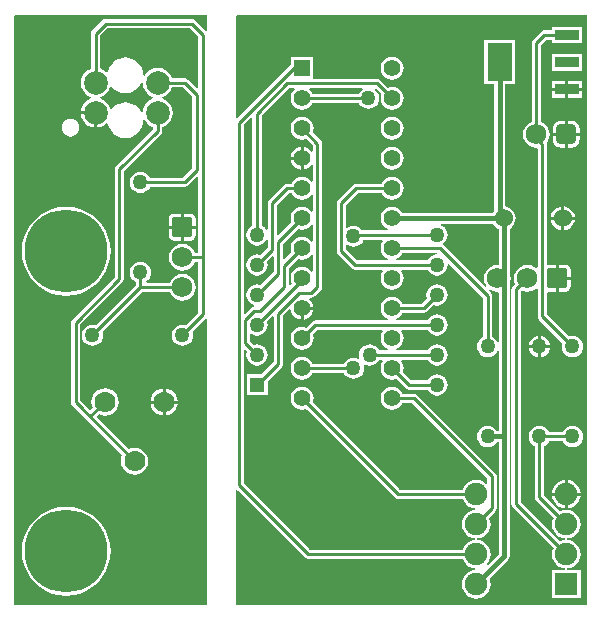
<source format=gtl>
G04 Layer_Physical_Order=1*
G04 Layer_Color=25308*
%FSLAX43Y43*%
%MOMM*%
G71*
G01*
G75*
%ADD10R,2.100X0.900*%
%ADD11R,2.100X3.200*%
%ADD12C,0.254*%
%ADD13C,0.400*%
%ADD14C,1.270*%
%ADD15C,7.000*%
%ADD16C,1.750*%
G04:AMPARAMS|DCode=17|XSize=1.75mm|YSize=1.75mm|CornerRadius=0.175mm|HoleSize=0mm|Usage=FLASHONLY|Rotation=180.000|XOffset=0mm|YOffset=0mm|HoleType=Round|Shape=RoundedRectangle|*
%AMROUNDEDRECTD17*
21,1,1.750,1.400,0,0,180.0*
21,1,1.400,1.750,0,0,180.0*
1,1,0.350,-0.700,0.700*
1,1,0.350,0.700,0.700*
1,1,0.350,0.700,-0.700*
1,1,0.350,-0.700,-0.700*
%
%ADD17ROUNDEDRECTD17*%
%ADD18C,1.524*%
%ADD19C,1.905*%
%ADD20R,1.905X1.905*%
%ADD21C,1.422*%
%ADD22R,1.422X1.422*%
%ADD23R,1.270X1.270*%
G04:AMPARAMS|DCode=24|XSize=1.75mm|YSize=1.75mm|CornerRadius=0.175mm|HoleSize=0mm|Usage=FLASHONLY|Rotation=270.000|XOffset=0mm|YOffset=0mm|HoleType=Round|Shape=RoundedRectangle|*
%AMROUNDEDRECTD24*
21,1,1.750,1.400,0,0,270.0*
21,1,1.400,1.750,0,0,270.0*
1,1,0.350,-0.700,-0.700*
1,1,0.350,-0.700,0.700*
1,1,0.350,0.700,0.700*
1,1,0.350,0.700,-0.700*
%
%ADD24ROUNDEDRECTD24*%
%ADD25C,2.000*%
G04:AMPARAMS|DCode=26|XSize=1.75mm|YSize=1.75mm|CornerRadius=0.438mm|HoleSize=0mm|Usage=FLASHONLY|Rotation=270.000|XOffset=0mm|YOffset=0mm|HoleType=Round|Shape=RoundedRectangle|*
%AMROUNDEDRECTD26*
21,1,1.750,0.875,0,0,270.0*
21,1,0.875,1.750,0,0,270.0*
1,1,0.875,-0.438,-0.438*
1,1,0.875,-0.438,0.438*
1,1,0.875,0.438,0.438*
1,1,0.875,0.438,-0.438*
%
%ADD26ROUNDEDRECTD26*%
%ADD27C,1.778*%
G36*
X73575Y57654D02*
X73737Y57441D01*
X73950Y57279D01*
X74037Y57242D01*
X74037Y54305D01*
X73942Y54221D01*
X73914Y54225D01*
X73619Y54186D01*
X73345Y54072D01*
X73109Y53891D01*
X72928Y53655D01*
X72814Y53381D01*
X72775Y53086D01*
X72814Y52791D01*
X72928Y52517D01*
X72979Y52450D01*
X72883Y52366D01*
X69359Y55890D01*
X69349Y55912D01*
X69356Y56048D01*
X69444Y56116D01*
X69587Y56302D01*
X69676Y56518D01*
X69707Y56750D01*
X69676Y56982D01*
X69587Y57198D01*
X69444Y57384D01*
X69258Y57527D01*
X69139Y57576D01*
X69164Y57703D01*
X73554Y57703D01*
X73575Y57654D01*
X73575Y57654D02*
G37*
G36*
X62515Y69081D02*
X62358Y68960D01*
X62215Y68774D01*
X62191Y68714D01*
X58262Y68714D01*
X58221Y68813D01*
X58066Y69014D01*
X57980Y69081D01*
X58023Y69208D01*
X62482Y69208D01*
X62515Y69081D01*
X62515Y69081D02*
G37*
G36*
X43916Y69604D02*
X43953Y69318D01*
X44080Y69013D01*
X44281Y68751D01*
X44543Y68550D01*
X44798Y68444D01*
X44798Y68306D01*
X44543Y68200D01*
X44281Y67999D01*
X44080Y67737D01*
X43953Y67432D01*
X43916Y67146D01*
X43784Y67122D01*
X43682Y67315D01*
X43494Y67544D01*
X43265Y67732D01*
X43003Y67871D01*
X42720Y67957D01*
X42425Y67986D01*
X42130Y67957D01*
X41847Y67871D01*
X41585Y67732D01*
X41356Y67544D01*
X41273Y67443D01*
X41235Y67440D01*
X41131Y67470D01*
X41020Y67737D01*
X40819Y67999D01*
X40557Y68200D01*
X40302Y68306D01*
X40302Y68444D01*
X40557Y68550D01*
X40819Y68751D01*
X41020Y69013D01*
X41131Y69280D01*
X41235Y69310D01*
X41273Y69307D01*
X41356Y69206D01*
X41585Y69018D01*
X41847Y68879D01*
X42130Y68793D01*
X42425Y68764D01*
X42720Y68793D01*
X43003Y68879D01*
X43265Y69018D01*
X43494Y69206D01*
X43682Y69435D01*
X43784Y69628D01*
X43916Y69604D01*
X43916Y69604D02*
G37*
G36*
X73345Y52100D02*
X73619Y51986D01*
X73914Y51947D01*
X73942Y51951D01*
X74037Y51867D01*
X74037Y47703D01*
X73910Y47677D01*
X73877Y47758D01*
X73734Y47944D01*
X73548Y48087D01*
X73488Y48111D01*
X73488Y51600D01*
X73459Y51749D01*
X73375Y51875D01*
X73194Y52055D01*
X73278Y52151D01*
X73345Y52100D01*
X73345Y52100D02*
G37*
G36*
X56535Y60219D02*
X56690Y60018D01*
X56891Y59863D01*
X57126Y59766D01*
X57378Y59732D01*
X57630Y59766D01*
X57865Y59863D01*
X58066Y60018D01*
X58159Y60138D01*
X58286Y60094D01*
X58286Y58778D01*
X58159Y58734D01*
X58066Y58854D01*
X57865Y59009D01*
X57630Y59106D01*
X57378Y59140D01*
X57126Y59106D01*
X56891Y59009D01*
X56690Y58854D01*
X56535Y58653D01*
X56438Y58418D01*
X56405Y58166D01*
X56438Y57914D01*
X56478Y57816D01*
X55370Y56707D01*
X55252Y56756D01*
X55252Y59275D01*
X56295Y60318D01*
X56494Y60318D01*
X56535Y60219D01*
X56535Y60219D02*
G37*
G36*
X58286Y57554D02*
X58286Y56238D01*
X58159Y56194D01*
X58066Y56314D01*
X57865Y56469D01*
X57630Y56566D01*
X57378Y56600D01*
X57126Y56566D01*
X56891Y56469D01*
X56690Y56314D01*
X56535Y56113D01*
X56438Y55878D01*
X56405Y55626D01*
X56438Y55374D01*
X56478Y55276D01*
X55878Y54675D01*
X55760Y54724D01*
X55760Y55999D01*
X57028Y57266D01*
X57126Y57226D01*
X57378Y57192D01*
X57630Y57226D01*
X57865Y57323D01*
X58066Y57478D01*
X58159Y57598D01*
X58286Y57554D01*
X58286Y57554D02*
G37*
G36*
X48612Y73521D02*
X48612Y69204D01*
X48494Y69155D01*
X47750Y69900D01*
X47624Y69984D01*
X47475Y70013D01*
X46380Y70013D01*
X46270Y70277D01*
X46069Y70539D01*
X45807Y70740D01*
X45502Y70867D01*
X45175Y70910D01*
X44848Y70867D01*
X44543Y70740D01*
X44281Y70539D01*
X44080Y70277D01*
X44059Y70228D01*
X43935Y70259D01*
X43936Y70275D01*
X43907Y70570D01*
X43821Y70853D01*
X43682Y71115D01*
X43494Y71344D01*
X43265Y71532D01*
X43003Y71671D01*
X42720Y71757D01*
X42425Y71786D01*
X42130Y71757D01*
X41847Y71671D01*
X41585Y71532D01*
X41356Y71344D01*
X41168Y71115D01*
X41029Y70853D01*
X40947Y70582D01*
X40888Y70555D01*
X40813Y70545D01*
X40557Y70740D01*
X40288Y70852D01*
X40288Y73639D01*
X40911Y74262D01*
X47871Y74262D01*
X48612Y73521D01*
X48612Y73521D02*
G37*
G36*
X64248Y56235D02*
X64155Y56113D01*
X64058Y55878D01*
X64025Y55626D01*
X64058Y55374D01*
X64155Y55139D01*
X64310Y54938D01*
X64511Y54783D01*
X64650Y54725D01*
X64625Y54598D01*
X62029Y54598D01*
X61094Y55533D01*
X61094Y55859D01*
X61208Y55916D01*
X61274Y55865D01*
X61490Y55776D01*
X61722Y55745D01*
X61954Y55776D01*
X62170Y55865D01*
X62356Y56008D01*
X62499Y56194D01*
X62568Y56362D01*
X64186Y56362D01*
X64248Y56235D01*
X64248Y56235D02*
G37*
G36*
X49341Y75400D02*
X49341Y74070D01*
X49214Y74017D01*
X48307Y74925D01*
X48181Y75009D01*
X48032Y75038D01*
X40750Y75038D01*
X40601Y75009D01*
X40475Y74925D01*
X39625Y74075D01*
X39541Y73949D01*
X39512Y73800D01*
X39512Y70831D01*
X39293Y70740D01*
X39031Y70539D01*
X38830Y70277D01*
X38703Y69972D01*
X38660Y69645D01*
X38703Y69318D01*
X38830Y69013D01*
X39031Y68751D01*
X39293Y68550D01*
X39548Y68444D01*
X39548Y68306D01*
X39293Y68200D01*
X39031Y67999D01*
X38830Y67737D01*
X38703Y67432D01*
X38677Y67232D01*
X39925Y67232D01*
X39925Y67105D01*
X40052Y67105D01*
X40052Y65857D01*
X40252Y65883D01*
X40557Y66010D01*
X40813Y66205D01*
X40888Y66195D01*
X40947Y66168D01*
X41029Y65897D01*
X41168Y65635D01*
X41356Y65406D01*
X41585Y65218D01*
X41847Y65079D01*
X42130Y64993D01*
X42425Y64964D01*
X42720Y64993D01*
X43003Y65079D01*
X43265Y65218D01*
X43494Y65406D01*
X43682Y65635D01*
X43821Y65897D01*
X43907Y66180D01*
X43936Y66475D01*
X43935Y66490D01*
X44059Y66522D01*
X44080Y66473D01*
X44281Y66211D01*
X44543Y66010D01*
X44762Y65919D01*
X44762Y65711D01*
X41625Y62575D01*
X41541Y62449D01*
X41512Y62300D01*
X41512Y53161D01*
X37925Y49575D01*
X37841Y49449D01*
X37812Y49300D01*
X37812Y42612D01*
X37841Y42463D01*
X37925Y42337D01*
X42168Y38095D01*
X42086Y37898D01*
X42047Y37600D01*
X42086Y37302D01*
X42202Y37024D01*
X42385Y36785D01*
X42624Y36602D01*
X42902Y36486D01*
X43200Y36447D01*
X43498Y36486D01*
X43776Y36602D01*
X44015Y36785D01*
X44198Y37024D01*
X44314Y37302D01*
X44353Y37600D01*
X44314Y37898D01*
X44198Y38176D01*
X44015Y38415D01*
X43776Y38598D01*
X43498Y38714D01*
X43200Y38753D01*
X42902Y38714D01*
X42722Y38639D01*
X40043Y41319D01*
X40043Y41445D01*
X40177Y41580D01*
X40402Y41486D01*
X40700Y41447D01*
X40998Y41486D01*
X41276Y41602D01*
X41515Y41785D01*
X41698Y42024D01*
X41814Y42302D01*
X41853Y42600D01*
X41814Y42898D01*
X41698Y43176D01*
X41515Y43415D01*
X41276Y43598D01*
X40998Y43714D01*
X40700Y43753D01*
X40402Y43714D01*
X40124Y43598D01*
X39885Y43415D01*
X39702Y43176D01*
X39586Y42898D01*
X39547Y42600D01*
X39586Y42302D01*
X39649Y42150D01*
X39430Y41931D01*
X38588Y42773D01*
X38588Y49139D01*
X42175Y52725D01*
X42259Y52851D01*
X42288Y53000D01*
X42288Y62139D01*
X45425Y65275D01*
X45509Y65401D01*
X45514Y65426D01*
X45538Y65550D01*
X45538Y65898D01*
X45807Y66010D01*
X46069Y66211D01*
X46270Y66473D01*
X46397Y66778D01*
X46440Y67105D01*
X46397Y67432D01*
X46270Y67737D01*
X46069Y67999D01*
X45807Y68200D01*
X45552Y68306D01*
X45552Y68444D01*
X45807Y68550D01*
X46069Y68751D01*
X46270Y69013D01*
X46363Y69237D01*
X47314Y69237D01*
X48104Y68447D01*
X48104Y62410D01*
X47296Y61602D01*
X44500Y61602D01*
X44477Y61658D01*
X44334Y61844D01*
X44148Y61987D01*
X43932Y62076D01*
X43700Y62107D01*
X43468Y62076D01*
X43252Y61987D01*
X43066Y61844D01*
X42923Y61658D01*
X42834Y61442D01*
X42803Y61210D01*
X42834Y60978D01*
X42923Y60762D01*
X43066Y60576D01*
X43252Y60433D01*
X43468Y60344D01*
X43700Y60313D01*
X43932Y60344D01*
X44148Y60433D01*
X44334Y60576D01*
X44477Y60762D01*
X44503Y60826D01*
X47457Y60826D01*
X47605Y60855D01*
X47731Y60939D01*
X48494Y61702D01*
X48612Y61654D01*
X48612Y55252D01*
X48305Y55252D01*
X48230Y55433D01*
X48049Y55669D01*
X47813Y55850D01*
X47539Y55964D01*
X47244Y56003D01*
X46949Y55964D01*
X46675Y55850D01*
X46439Y55669D01*
X46258Y55433D01*
X46144Y55159D01*
X46105Y54864D01*
X46144Y54569D01*
X46258Y54295D01*
X46439Y54059D01*
X46675Y53878D01*
X46949Y53764D01*
X47244Y53725D01*
X47539Y53764D01*
X47813Y53878D01*
X48049Y54059D01*
X48230Y54295D01*
X48305Y54476D01*
X48612Y54476D01*
X48612Y50177D01*
X47536Y49101D01*
X47476Y49126D01*
X47244Y49157D01*
X47012Y49126D01*
X46796Y49037D01*
X46610Y48894D01*
X46467Y48708D01*
X46378Y48492D01*
X46347Y48260D01*
X46378Y48028D01*
X46467Y47812D01*
X46610Y47626D01*
X46796Y47483D01*
X47012Y47394D01*
X47244Y47363D01*
X47476Y47394D01*
X47692Y47483D01*
X47878Y47626D01*
X48021Y47812D01*
X48110Y48028D01*
X48141Y48260D01*
X48110Y48492D01*
X48085Y48552D01*
X49214Y49681D01*
X49341Y49628D01*
X49341Y25490D01*
X49251Y25400D01*
X33020Y25400D01*
X33020Y75310D01*
X33110Y75400D01*
X49341Y75400D01*
X49341Y75400D02*
G37*
G36*
X81534Y75400D02*
X81534Y25490D01*
X81444Y25400D01*
X51759Y25400D01*
X51759Y35118D01*
X51886Y35171D01*
X57613Y29443D01*
X57739Y29359D01*
X57888Y29330D01*
X70991Y29330D01*
X71082Y29110D01*
X71276Y28858D01*
X71528Y28664D01*
X71821Y28543D01*
X72053Y28512D01*
X72053Y28384D01*
X71821Y28353D01*
X71528Y28232D01*
X71276Y28038D01*
X71082Y27786D01*
X70961Y27493D01*
X70919Y27178D01*
X70961Y26863D01*
X71082Y26570D01*
X71276Y26318D01*
X71528Y26124D01*
X71821Y26003D01*
X72136Y25961D01*
X72451Y26003D01*
X72744Y26124D01*
X72996Y26318D01*
X73190Y26570D01*
X73311Y26863D01*
X73353Y27178D01*
X73311Y27493D01*
X73251Y27639D01*
X74827Y29215D01*
X74827Y29215D01*
X74928Y29365D01*
X74963Y29542D01*
X74963Y52668D01*
X75014Y52791D01*
X75053Y53086D01*
X75014Y53381D01*
X74963Y53504D01*
X74963Y57274D01*
X74974Y57279D01*
X75187Y57441D01*
X75349Y57654D01*
X75452Y57901D01*
X75487Y58166D01*
X75452Y58431D01*
X75349Y58678D01*
X75187Y58891D01*
X74974Y59053D01*
X74727Y59156D01*
X74575Y59176D01*
X74575Y69520D01*
X75416Y69520D01*
X75416Y73228D01*
X72808Y73228D01*
X72808Y69520D01*
X73649Y69520D01*
X73649Y58776D01*
X73575Y58678D01*
X73554Y58629D01*
X65851Y58629D01*
X65841Y58653D01*
X65686Y58854D01*
X65485Y59009D01*
X65250Y59106D01*
X64998Y59140D01*
X64746Y59106D01*
X64511Y59009D01*
X64310Y58854D01*
X64155Y58653D01*
X64058Y58418D01*
X64025Y58166D01*
X64058Y57914D01*
X64155Y57679D01*
X64310Y57478D01*
X64511Y57323D01*
X64650Y57265D01*
X64625Y57138D01*
X62462Y57138D01*
X62356Y57276D01*
X62170Y57419D01*
X61954Y57508D01*
X61722Y57539D01*
X61490Y57508D01*
X61274Y57419D01*
X61208Y57368D01*
X61094Y57425D01*
X61094Y59275D01*
X62137Y60318D01*
X64114Y60318D01*
X64155Y60219D01*
X64310Y60018D01*
X64511Y59863D01*
X64746Y59766D01*
X64998Y59732D01*
X65250Y59766D01*
X65485Y59863D01*
X65686Y60018D01*
X65841Y60219D01*
X65938Y60454D01*
X65972Y60706D01*
X65938Y60958D01*
X65841Y61193D01*
X65686Y61394D01*
X65485Y61549D01*
X65250Y61646D01*
X64998Y61680D01*
X64746Y61646D01*
X64511Y61549D01*
X64310Y61394D01*
X64155Y61193D01*
X64114Y61094D01*
X61976Y61094D01*
X61827Y61065D01*
X61701Y60981D01*
X60431Y59711D01*
X60347Y59585D01*
X60318Y59436D01*
X60318Y55372D01*
X60347Y55223D01*
X60431Y55097D01*
X61593Y53935D01*
X61719Y53851D01*
X61868Y53822D01*
X64186Y53822D01*
X64248Y53695D01*
X64155Y53573D01*
X64058Y53338D01*
X64025Y53086D01*
X64058Y52834D01*
X64155Y52599D01*
X64310Y52398D01*
X64511Y52243D01*
X64746Y52146D01*
X64998Y52112D01*
X65250Y52146D01*
X65485Y52243D01*
X65686Y52398D01*
X65841Y52599D01*
X65938Y52834D01*
X65972Y53086D01*
X65938Y53338D01*
X65841Y53573D01*
X65748Y53695D01*
X65810Y53822D01*
X68009Y53822D01*
X68033Y53762D01*
X68176Y53576D01*
X68362Y53433D01*
X68578Y53344D01*
X68810Y53313D01*
X69042Y53344D01*
X69258Y53433D01*
X69444Y53576D01*
X69587Y53762D01*
X69676Y53978D01*
X69707Y54210D01*
X69698Y54273D01*
X69819Y54332D01*
X72712Y51439D01*
X72712Y48111D01*
X72652Y48087D01*
X72466Y47944D01*
X72323Y47758D01*
X72234Y47542D01*
X72203Y47310D01*
X72234Y47078D01*
X72323Y46862D01*
X72466Y46676D01*
X72652Y46533D01*
X72868Y46444D01*
X73100Y46413D01*
X73332Y46444D01*
X73548Y46533D01*
X73734Y46676D01*
X73877Y46862D01*
X73910Y46943D01*
X74037Y46917D01*
X74037Y40153D01*
X73865Y40153D01*
X73734Y40324D01*
X73548Y40467D01*
X73332Y40556D01*
X73100Y40587D01*
X72868Y40556D01*
X72652Y40467D01*
X72466Y40324D01*
X72323Y40138D01*
X72234Y39922D01*
X72203Y39690D01*
X72234Y39458D01*
X72323Y39242D01*
X72466Y39056D01*
X72652Y38913D01*
X72868Y38824D01*
X73100Y38793D01*
X73332Y38824D01*
X73548Y38913D01*
X73734Y39056D01*
X73865Y39227D01*
X74037Y39227D01*
X74037Y29734D01*
X73142Y28839D01*
X73047Y28923D01*
X73190Y29110D01*
X73311Y29403D01*
X73353Y29718D01*
X73311Y30033D01*
X73190Y30326D01*
X72996Y30578D01*
X72744Y30772D01*
X72451Y30893D01*
X72219Y30924D01*
X72219Y31052D01*
X72451Y31083D01*
X72744Y31204D01*
X72996Y31398D01*
X73190Y31650D01*
X73311Y31943D01*
X73353Y32258D01*
X73311Y32573D01*
X73220Y32793D01*
X73744Y33317D01*
X73828Y33443D01*
X73858Y33591D01*
X73858Y36331D01*
X73828Y36479D01*
X73744Y36605D01*
X67149Y43201D01*
X67023Y43285D01*
X66874Y43314D01*
X65882Y43314D01*
X65841Y43413D01*
X65686Y43614D01*
X65485Y43769D01*
X65250Y43866D01*
X64998Y43900D01*
X64746Y43866D01*
X64511Y43769D01*
X64310Y43614D01*
X64155Y43413D01*
X64058Y43178D01*
X64025Y42926D01*
X64058Y42674D01*
X64155Y42439D01*
X64310Y42238D01*
X64511Y42083D01*
X64746Y41986D01*
X64998Y41952D01*
X65250Y41986D01*
X65485Y42083D01*
X65686Y42238D01*
X65841Y42439D01*
X65882Y42538D01*
X66713Y42538D01*
X73081Y36170D01*
X73081Y35747D01*
X72954Y35691D01*
X72744Y35852D01*
X72451Y35973D01*
X72136Y36015D01*
X71821Y35973D01*
X71528Y35852D01*
X71276Y35658D01*
X71082Y35406D01*
X70991Y35186D01*
X65667Y35186D01*
X58278Y42576D01*
X58318Y42674D01*
X58352Y42926D01*
X58318Y43178D01*
X58221Y43413D01*
X58066Y43614D01*
X57865Y43769D01*
X57630Y43866D01*
X57378Y43900D01*
X57126Y43866D01*
X56891Y43769D01*
X56690Y43614D01*
X56535Y43413D01*
X56438Y43178D01*
X56405Y42926D01*
X56438Y42674D01*
X56535Y42439D01*
X56690Y42238D01*
X56891Y42083D01*
X57126Y41986D01*
X57378Y41952D01*
X57630Y41986D01*
X57728Y42026D01*
X65231Y34523D01*
X65357Y34439D01*
X65382Y34434D01*
X65506Y34410D01*
X70991Y34410D01*
X71082Y34190D01*
X71276Y33938D01*
X71528Y33744D01*
X71821Y33623D01*
X72053Y33592D01*
X72053Y33464D01*
X71821Y33433D01*
X71528Y33312D01*
X71276Y33118D01*
X71082Y32866D01*
X70961Y32573D01*
X70919Y32258D01*
X70961Y31943D01*
X71082Y31650D01*
X71276Y31398D01*
X71528Y31204D01*
X71821Y31083D01*
X72053Y31052D01*
X72053Y30924D01*
X71821Y30893D01*
X71528Y30772D01*
X71276Y30578D01*
X71082Y30326D01*
X70991Y30106D01*
X58049Y30106D01*
X52434Y35721D01*
X52434Y47010D01*
X52552Y47059D01*
X52729Y46882D01*
X52704Y46822D01*
X52673Y46590D01*
X52704Y46358D01*
X52793Y46142D01*
X52936Y45956D01*
X53122Y45813D01*
X53338Y45724D01*
X53570Y45693D01*
X53802Y45724D01*
X54018Y45813D01*
X54204Y45956D01*
X54347Y46142D01*
X54436Y46358D01*
X54467Y46590D01*
X54436Y46822D01*
X54347Y47038D01*
X54204Y47224D01*
X54018Y47367D01*
X53802Y47456D01*
X53570Y47487D01*
X53338Y47456D01*
X53278Y47431D01*
X52942Y47767D01*
X52942Y48347D01*
X53056Y48404D01*
X53122Y48353D01*
X53338Y48264D01*
X53570Y48233D01*
X53802Y48264D01*
X54018Y48353D01*
X54204Y48496D01*
X54347Y48682D01*
X54436Y48898D01*
X54467Y49130D01*
X54436Y49362D01*
X54411Y49422D01*
X54866Y49877D01*
X54984Y49828D01*
X54984Y46013D01*
X53910Y44939D01*
X52681Y44939D01*
X52681Y43161D01*
X54459Y43161D01*
X54459Y44390D01*
X55647Y45577D01*
X55731Y45703D01*
X55760Y45852D01*
X55760Y49924D01*
X56289Y50452D01*
X56423Y50406D01*
X56438Y50294D01*
X56535Y50059D01*
X56690Y49858D01*
X56891Y49703D01*
X57126Y49606D01*
X57251Y49589D01*
X57251Y50546D01*
X57378Y50546D01*
X57378Y50673D01*
X58335Y50673D01*
X58318Y50798D01*
X58221Y51033D01*
X58066Y51234D01*
X57980Y51301D01*
X58023Y51428D01*
X58166Y51428D01*
X58315Y51457D01*
X58441Y51541D01*
X58949Y52049D01*
X59033Y52175D01*
X59062Y52324D01*
X59062Y64490D01*
X59033Y64639D01*
X58949Y64765D01*
X58278Y65436D01*
X58318Y65534D01*
X58352Y65786D01*
X58318Y66038D01*
X58221Y66273D01*
X58066Y66474D01*
X57865Y66629D01*
X57630Y66726D01*
X57378Y66760D01*
X57126Y66726D01*
X56891Y66629D01*
X56690Y66474D01*
X56535Y66273D01*
X56438Y66038D01*
X56405Y65786D01*
X56438Y65534D01*
X56535Y65299D01*
X56690Y65098D01*
X56891Y64943D01*
X57126Y64846D01*
X57378Y64812D01*
X57630Y64846D01*
X57728Y64886D01*
X58286Y64329D01*
X58286Y63858D01*
X58159Y63814D01*
X58066Y63934D01*
X57865Y64089D01*
X57630Y64186D01*
X57505Y64203D01*
X57505Y63246D01*
X57505Y62289D01*
X57630Y62306D01*
X57865Y62403D01*
X58066Y62558D01*
X58159Y62678D01*
X58286Y62634D01*
X58286Y61318D01*
X58159Y61274D01*
X58066Y61394D01*
X57865Y61549D01*
X57630Y61646D01*
X57378Y61680D01*
X57126Y61646D01*
X56891Y61549D01*
X56690Y61394D01*
X56535Y61193D01*
X56494Y61094D01*
X56134Y61094D01*
X55985Y61065D01*
X55859Y60981D01*
X54589Y59711D01*
X54505Y59585D01*
X54476Y59436D01*
X54476Y57219D01*
X54349Y57194D01*
X54347Y57198D01*
X54204Y57384D01*
X54018Y57527D01*
X53958Y57551D01*
X53958Y66871D01*
X56295Y69208D01*
X56733Y69208D01*
X56776Y69081D01*
X56690Y69014D01*
X56535Y68813D01*
X56438Y68578D01*
X56405Y68326D01*
X56438Y68074D01*
X56535Y67839D01*
X56690Y67638D01*
X56891Y67483D01*
X57126Y67386D01*
X57378Y67352D01*
X57630Y67386D01*
X57865Y67483D01*
X58066Y67638D01*
X58221Y67839D01*
X58262Y67938D01*
X62191Y67938D01*
X62215Y67878D01*
X62358Y67692D01*
X62544Y67549D01*
X62760Y67460D01*
X62992Y67429D01*
X63224Y67460D01*
X63440Y67549D01*
X63626Y67692D01*
X63769Y67878D01*
X63858Y68094D01*
X63889Y68326D01*
X63858Y68558D01*
X63769Y68774D01*
X63626Y68960D01*
X63563Y69008D01*
X63591Y69147D01*
X63619Y69155D01*
X64098Y68676D01*
X64058Y68578D01*
X64025Y68326D01*
X64058Y68074D01*
X64155Y67839D01*
X64310Y67638D01*
X64511Y67483D01*
X64746Y67386D01*
X64998Y67352D01*
X65250Y67386D01*
X65485Y67483D01*
X65686Y67638D01*
X65841Y67839D01*
X65938Y68074D01*
X65972Y68326D01*
X65938Y68578D01*
X65841Y68813D01*
X65686Y69014D01*
X65485Y69169D01*
X65250Y69266D01*
X64998Y69300D01*
X64746Y69266D01*
X64648Y69226D01*
X64003Y69871D01*
X63877Y69955D01*
X63728Y69984D01*
X58343Y69984D01*
X58343Y71831D01*
X56413Y71831D01*
X56413Y71142D01*
X56411Y71141D01*
X51886Y66616D01*
X51759Y66668D01*
X51759Y75310D01*
X51849Y75400D01*
X81534Y75400D01*
X81534Y75400D02*
G37*
G36*
X68805Y55230D02*
X68737Y55097D01*
X68578Y55076D01*
X68362Y54987D01*
X68176Y54844D01*
X68033Y54658D01*
X68009Y54598D01*
X65371Y54598D01*
X65346Y54725D01*
X65485Y54783D01*
X65686Y54938D01*
X65841Y55139D01*
X65882Y55238D01*
X68800Y55238D01*
X68805Y55230D01*
X68805Y55230D02*
G37*
G36*
X58286Y55014D02*
X58286Y53698D01*
X58159Y53654D01*
X58066Y53774D01*
X57865Y53929D01*
X57630Y54026D01*
X57378Y54060D01*
X57126Y54026D01*
X56891Y53929D01*
X56690Y53774D01*
X56535Y53573D01*
X56438Y53338D01*
X56405Y53086D01*
X56438Y52834D01*
X56522Y52631D01*
X56386Y52495D01*
X56268Y52544D01*
X56268Y53967D01*
X57028Y54726D01*
X57126Y54686D01*
X57378Y54652D01*
X57630Y54686D01*
X57865Y54783D01*
X58066Y54938D01*
X58159Y55058D01*
X58286Y55014D01*
X58286Y55014D02*
G37*
G36*
X53182Y66647D02*
X53182Y57551D01*
X53122Y57527D01*
X52936Y57384D01*
X52793Y57198D01*
X52704Y56982D01*
X52673Y56750D01*
X52704Y56518D01*
X52793Y56302D01*
X52936Y56116D01*
X53122Y55973D01*
X53338Y55884D01*
X53570Y55853D01*
X53802Y55884D01*
X54018Y55973D01*
X54204Y56116D01*
X54347Y56302D01*
X54349Y56306D01*
X54476Y56281D01*
X54476Y55665D01*
X53862Y55051D01*
X53802Y55076D01*
X53570Y55107D01*
X53338Y55076D01*
X53122Y54987D01*
X52936Y54844D01*
X52793Y54658D01*
X52704Y54442D01*
X52673Y54210D01*
X52704Y53978D01*
X52793Y53762D01*
X52936Y53576D01*
X53122Y53433D01*
X53338Y53344D01*
X53570Y53313D01*
X53802Y53344D01*
X54018Y53433D01*
X54204Y53576D01*
X54347Y53762D01*
X54436Y53978D01*
X54467Y54210D01*
X54436Y54442D01*
X54411Y54502D01*
X54866Y54957D01*
X54984Y54908D01*
X54984Y53633D01*
X53862Y52511D01*
X53802Y52536D01*
X53570Y52567D01*
X53338Y52536D01*
X53122Y52447D01*
X52936Y52304D01*
X52793Y52118D01*
X52704Y51902D01*
X52673Y51670D01*
X52704Y51438D01*
X52793Y51222D01*
X52936Y51036D01*
X53122Y50893D01*
X53338Y50804D01*
X53317Y50680D01*
X53295Y50680D01*
X53147Y50651D01*
X53021Y50567D01*
X52552Y50098D01*
X52434Y50147D01*
X52434Y66066D01*
X53064Y66695D01*
X53182Y66647D01*
X53182Y66647D02*
G37*
%LPC*%
G36*
X68810Y52567D02*
X68578Y52536D01*
X68362Y52447D01*
X68176Y52304D01*
X68033Y52118D01*
X67944Y51902D01*
X67913Y51670D01*
X67944Y51438D01*
X67969Y51378D01*
X67525Y50934D01*
X65882Y50934D01*
X65841Y51033D01*
X65686Y51234D01*
X65485Y51389D01*
X65250Y51486D01*
X64998Y51520D01*
X64746Y51486D01*
X64511Y51389D01*
X64310Y51234D01*
X64155Y51033D01*
X64058Y50798D01*
X64025Y50546D01*
X64058Y50294D01*
X64155Y50059D01*
X64310Y49858D01*
X64511Y49703D01*
X64650Y49645D01*
X64625Y49518D01*
X58502Y49518D01*
X58378Y49494D01*
X58353Y49489D01*
X58227Y49405D01*
X57728Y48906D01*
X57630Y48946D01*
X57378Y48980D01*
X57126Y48946D01*
X56891Y48849D01*
X56690Y48694D01*
X56535Y48493D01*
X56438Y48258D01*
X56405Y48006D01*
X56438Y47754D01*
X56535Y47519D01*
X56690Y47318D01*
X56891Y47163D01*
X57126Y47066D01*
X57378Y47032D01*
X57630Y47066D01*
X57865Y47163D01*
X58066Y47318D01*
X58221Y47519D01*
X58318Y47754D01*
X58352Y48006D01*
X58318Y48258D01*
X58278Y48356D01*
X58663Y48742D01*
X64186Y48742D01*
X64248Y48615D01*
X64155Y48493D01*
X64058Y48258D01*
X64025Y48006D01*
X64058Y47754D01*
X64155Y47519D01*
X64310Y47318D01*
X64511Y47163D01*
X64650Y47105D01*
X64625Y46978D01*
X63901Y46978D01*
X63877Y47038D01*
X63734Y47224D01*
X63548Y47367D01*
X63332Y47456D01*
X63100Y47487D01*
X62868Y47456D01*
X62652Y47367D01*
X62466Y47224D01*
X62323Y47038D01*
X62234Y46822D01*
X62203Y46590D01*
X62234Y46358D01*
X62239Y46346D01*
X62221Y46319D01*
X62139Y46256D01*
X61954Y46332D01*
X61722Y46363D01*
X61490Y46332D01*
X61274Y46243D01*
X61088Y46100D01*
X60945Y45914D01*
X60921Y45854D01*
X58262Y45854D01*
X58221Y45953D01*
X58066Y46154D01*
X57865Y46309D01*
X57630Y46406D01*
X57378Y46440D01*
X57126Y46406D01*
X56891Y46309D01*
X56690Y46154D01*
X56535Y45953D01*
X56438Y45718D01*
X56405Y45466D01*
X56438Y45214D01*
X56535Y44979D01*
X56690Y44778D01*
X56891Y44623D01*
X57126Y44526D01*
X57378Y44492D01*
X57630Y44526D01*
X57865Y44623D01*
X58066Y44778D01*
X58221Y44979D01*
X58262Y45078D01*
X60921Y45078D01*
X60945Y45018D01*
X61088Y44832D01*
X61274Y44689D01*
X61490Y44600D01*
X61722Y44569D01*
X61954Y44600D01*
X62170Y44689D01*
X62356Y44832D01*
X62499Y45018D01*
X62588Y45234D01*
X62619Y45466D01*
X62588Y45698D01*
X62583Y45710D01*
X62601Y45737D01*
X62683Y45800D01*
X62868Y45724D01*
X63100Y45693D01*
X63332Y45724D01*
X63548Y45813D01*
X63734Y45956D01*
X63877Y46142D01*
X63901Y46202D01*
X64186Y46202D01*
X64248Y46075D01*
X64155Y45953D01*
X64058Y45718D01*
X64025Y45466D01*
X64058Y45214D01*
X64155Y44979D01*
X64310Y44778D01*
X64511Y44623D01*
X64746Y44526D01*
X64998Y44492D01*
X65250Y44526D01*
X65348Y44566D01*
X66139Y43775D01*
X66265Y43691D01*
X66414Y43662D01*
X68009Y43662D01*
X68033Y43602D01*
X68176Y43416D01*
X68362Y43273D01*
X68578Y43184D01*
X68810Y43153D01*
X69042Y43184D01*
X69258Y43273D01*
X69444Y43416D01*
X69587Y43602D01*
X69676Y43818D01*
X69707Y44050D01*
X69676Y44282D01*
X69587Y44498D01*
X69444Y44684D01*
X69258Y44827D01*
X69042Y44916D01*
X68810Y44947D01*
X68578Y44916D01*
X68362Y44827D01*
X68176Y44684D01*
X68033Y44498D01*
X68009Y44438D01*
X66575Y44438D01*
X65898Y45116D01*
X65938Y45214D01*
X65972Y45466D01*
X65938Y45718D01*
X65841Y45953D01*
X65748Y46075D01*
X65810Y46202D01*
X68009Y46202D01*
X68033Y46142D01*
X68176Y45956D01*
X68362Y45813D01*
X68578Y45724D01*
X68810Y45693D01*
X69042Y45724D01*
X69258Y45813D01*
X69444Y45956D01*
X69587Y46142D01*
X69676Y46358D01*
X69707Y46590D01*
X69676Y46822D01*
X69587Y47038D01*
X69444Y47224D01*
X69258Y47367D01*
X69042Y47456D01*
X68810Y47487D01*
X68578Y47456D01*
X68362Y47367D01*
X68176Y47224D01*
X68033Y47038D01*
X68009Y46978D01*
X65371Y46978D01*
X65346Y47105D01*
X65485Y47163D01*
X65686Y47318D01*
X65841Y47519D01*
X65938Y47754D01*
X65972Y48006D01*
X65938Y48258D01*
X65841Y48493D01*
X65748Y48615D01*
X65810Y48742D01*
X68009Y48742D01*
X68033Y48682D01*
X68176Y48496D01*
X68362Y48353D01*
X68578Y48264D01*
X68810Y48233D01*
X69042Y48264D01*
X69258Y48353D01*
X69444Y48496D01*
X69587Y48682D01*
X69676Y48898D01*
X69707Y49130D01*
X69676Y49362D01*
X69587Y49578D01*
X69444Y49764D01*
X69258Y49907D01*
X69042Y49996D01*
X68810Y50027D01*
X68578Y49996D01*
X68362Y49907D01*
X68176Y49764D01*
X68033Y49578D01*
X68009Y49518D01*
X65371Y49518D01*
X65346Y49645D01*
X65485Y49703D01*
X65686Y49858D01*
X65841Y50059D01*
X65882Y50158D01*
X67686Y50158D01*
X67835Y50187D01*
X67961Y50271D01*
X68518Y50829D01*
X68578Y50804D01*
X68810Y50773D01*
X69042Y50804D01*
X69258Y50893D01*
X69444Y51036D01*
X69587Y51222D01*
X69676Y51438D01*
X69707Y51670D01*
X69676Y51902D01*
X69587Y52118D01*
X69444Y52304D01*
X69258Y52447D01*
X69042Y52536D01*
X68810Y52567D01*
X68810Y52567D02*
G37*
G36*
X58335Y50419D02*
X57505Y50419D01*
X57505Y49589D01*
X57630Y49606D01*
X57865Y49703D01*
X58066Y49858D01*
X58221Y50059D01*
X58318Y50294D01*
X58335Y50419D01*
X58335Y50419D02*
G37*
G36*
X80131Y52959D02*
X79121Y52959D01*
X79121Y51949D01*
X79694Y51949D01*
X79861Y51982D01*
X80003Y52077D01*
X80098Y52219D01*
X80131Y52386D01*
X80131Y52959D01*
X80131Y52959D02*
G37*
G36*
X79694Y54223D02*
X79121Y54223D01*
X79121Y53213D01*
X80131Y53213D01*
X80131Y53786D01*
X80098Y53953D01*
X80003Y54095D01*
X79861Y54190D01*
X79694Y54223D01*
X79694Y54223D02*
G37*
G36*
X43700Y54487D02*
X43468Y54456D01*
X43252Y54367D01*
X43066Y54224D01*
X42923Y54038D01*
X42834Y53822D01*
X42803Y53590D01*
X42834Y53358D01*
X42923Y53142D01*
X43066Y52956D01*
X43252Y52813D01*
X43312Y52789D01*
X43312Y52497D01*
X39916Y49101D01*
X39856Y49126D01*
X39624Y49157D01*
X39392Y49126D01*
X39176Y49037D01*
X38990Y48894D01*
X38847Y48708D01*
X38758Y48492D01*
X38727Y48260D01*
X38758Y48028D01*
X38847Y47812D01*
X38990Y47626D01*
X39176Y47483D01*
X39392Y47394D01*
X39624Y47363D01*
X39856Y47394D01*
X40072Y47483D01*
X40258Y47626D01*
X40401Y47812D01*
X40490Y48028D01*
X40521Y48260D01*
X40490Y48492D01*
X40465Y48552D01*
X43849Y51936D01*
X46183Y51936D01*
X46258Y51755D01*
X46439Y51519D01*
X46675Y51338D01*
X46949Y51224D01*
X47244Y51185D01*
X47539Y51224D01*
X47813Y51338D01*
X48049Y51519D01*
X48230Y51755D01*
X48344Y52029D01*
X48383Y52324D01*
X48344Y52619D01*
X48230Y52893D01*
X48049Y53129D01*
X47813Y53310D01*
X47539Y53424D01*
X47244Y53463D01*
X46949Y53424D01*
X46675Y53310D01*
X46439Y53129D01*
X46258Y52893D01*
X46183Y52712D01*
X44225Y52712D01*
X44182Y52839D01*
X44334Y52956D01*
X44477Y53142D01*
X44566Y53358D01*
X44597Y53590D01*
X44566Y53822D01*
X44477Y54038D01*
X44334Y54224D01*
X44148Y54367D01*
X43932Y54456D01*
X43700Y54487D01*
X43700Y54487D02*
G37*
G36*
X37409Y59138D02*
X36820Y59091D01*
X36245Y58953D01*
X35699Y58727D01*
X35196Y58418D01*
X34746Y58035D01*
X34363Y57585D01*
X34054Y57082D01*
X33828Y56536D01*
X33690Y55961D01*
X33643Y55372D01*
X33690Y54783D01*
X33828Y54208D01*
X34054Y53662D01*
X34363Y53159D01*
X34746Y52709D01*
X35196Y52326D01*
X35699Y52017D01*
X36245Y51791D01*
X36820Y51653D01*
X37409Y51606D01*
X37998Y51653D01*
X38573Y51791D01*
X39119Y52017D01*
X39622Y52326D01*
X40072Y52709D01*
X40455Y53159D01*
X40764Y53662D01*
X40990Y54208D01*
X41128Y54783D01*
X41175Y55372D01*
X41128Y55961D01*
X40990Y56536D01*
X40764Y57082D01*
X40455Y57585D01*
X40072Y58035D01*
X39622Y58418D01*
X39119Y58727D01*
X38573Y58953D01*
X37998Y59091D01*
X37409Y59138D01*
X37409Y59138D02*
G37*
G36*
X79629Y35998D02*
X79441Y35973D01*
X79148Y35852D01*
X78896Y35658D01*
X78702Y35406D01*
X78581Y35113D01*
X78556Y34925D01*
X79629Y34925D01*
X79629Y35998D01*
X79629Y35998D02*
G37*
G36*
X79883Y35998D02*
X79883Y34925D01*
X80956Y34925D01*
X80931Y35113D01*
X80810Y35406D01*
X80616Y35658D01*
X80364Y35852D01*
X80071Y35973D01*
X79883Y35998D01*
X79883Y35998D02*
G37*
G36*
X45573Y42473D02*
X44564Y42473D01*
X44586Y42302D01*
X44702Y42024D01*
X44885Y41785D01*
X45124Y41602D01*
X45402Y41486D01*
X45573Y41464D01*
X45573Y42473D01*
X45573Y42473D02*
G37*
G36*
X37409Y33738D02*
X36820Y33691D01*
X36245Y33553D01*
X35699Y33327D01*
X35196Y33018D01*
X34746Y32635D01*
X34363Y32185D01*
X34054Y31682D01*
X33828Y31136D01*
X33690Y30561D01*
X33643Y29972D01*
X33690Y29383D01*
X33828Y28808D01*
X34054Y28262D01*
X34363Y27759D01*
X34746Y27309D01*
X35196Y26926D01*
X35699Y26617D01*
X36245Y26391D01*
X36820Y26253D01*
X37409Y26206D01*
X37998Y26253D01*
X38573Y26391D01*
X39119Y26617D01*
X39622Y26926D01*
X40072Y27309D01*
X40455Y27759D01*
X40764Y28262D01*
X40990Y28808D01*
X41128Y29383D01*
X41175Y29972D01*
X41128Y30561D01*
X40990Y31136D01*
X40764Y31682D01*
X40455Y32185D01*
X40072Y32635D01*
X39622Y33018D01*
X39119Y33327D01*
X38573Y33553D01*
X37998Y33691D01*
X37409Y33738D01*
X37409Y33738D02*
G37*
G36*
X80956Y34671D02*
X79883Y34671D01*
X79883Y33598D01*
X80071Y33623D01*
X80364Y33744D01*
X80616Y33938D01*
X80810Y34190D01*
X80931Y34483D01*
X80956Y34671D01*
X80956Y34671D02*
G37*
G36*
X79629Y34671D02*
X78556Y34671D01*
X78581Y34483D01*
X78702Y34190D01*
X78896Y33938D01*
X79148Y33744D01*
X79441Y33623D01*
X79629Y33598D01*
X79629Y34671D01*
X79629Y34671D02*
G37*
G36*
X46836Y42473D02*
X45827Y42473D01*
X45827Y41464D01*
X45998Y41486D01*
X46276Y41602D01*
X46515Y41785D01*
X46698Y42024D01*
X46814Y42302D01*
X46836Y42473D01*
X46836Y42473D02*
G37*
G36*
X78350Y47183D02*
X77597Y47183D01*
X77597Y46430D01*
X77702Y46444D01*
X77918Y46533D01*
X78104Y46676D01*
X78247Y46862D01*
X78336Y47078D01*
X78350Y47183D01*
X78350Y47183D02*
G37*
G36*
X77343Y48190D02*
X77238Y48176D01*
X77022Y48087D01*
X76836Y47944D01*
X76693Y47758D01*
X76604Y47542D01*
X76590Y47437D01*
X77343Y47437D01*
X77343Y48190D01*
X77343Y48190D02*
G37*
G36*
X77597Y48190D02*
X77597Y47437D01*
X78350Y47437D01*
X78336Y47542D01*
X78247Y47758D01*
X78104Y47944D01*
X77918Y48087D01*
X77702Y48176D01*
X77597Y48190D01*
X77597Y48190D02*
G37*
G36*
X45573Y43736D02*
X45402Y43714D01*
X45124Y43598D01*
X44885Y43415D01*
X44702Y43176D01*
X44586Y42898D01*
X44564Y42727D01*
X45573Y42727D01*
X45573Y43736D01*
X45573Y43736D02*
G37*
G36*
X45827Y43736D02*
X45827Y42727D01*
X46836Y42727D01*
X46814Y42898D01*
X46698Y43176D01*
X46515Y43415D01*
X46276Y43598D01*
X45998Y43714D01*
X45827Y43736D01*
X45827Y43736D02*
G37*
G36*
X77343Y47183D02*
X76590Y47183D01*
X76604Y47078D01*
X76693Y46862D01*
X76836Y46676D01*
X77022Y46533D01*
X77238Y46444D01*
X77343Y46430D01*
X77343Y47183D01*
X77343Y47183D02*
G37*
G36*
X80193Y66413D02*
X79883Y66413D01*
X79883Y65405D01*
X80891Y65405D01*
X80891Y65715D01*
X80867Y65896D01*
X80798Y66064D01*
X80687Y66209D01*
X80542Y66320D01*
X80374Y66389D01*
X80193Y66413D01*
X80193Y66413D02*
G37*
G36*
X39798Y66978D02*
X38677Y66978D01*
X38703Y66778D01*
X38830Y66473D01*
X39031Y66211D01*
X39293Y66010D01*
X39598Y65883D01*
X39798Y65857D01*
X39798Y66978D01*
X39798Y66978D02*
G37*
G36*
X79685Y68947D02*
X78508Y68947D01*
X78508Y68370D01*
X79685Y68370D01*
X79685Y68947D01*
X79685Y68947D02*
G37*
G36*
X64998Y66760D02*
X64746Y66726D01*
X64511Y66629D01*
X64310Y66474D01*
X64155Y66273D01*
X64058Y66038D01*
X64025Y65786D01*
X64058Y65534D01*
X64155Y65299D01*
X64310Y65098D01*
X64511Y64943D01*
X64746Y64846D01*
X64998Y64812D01*
X65250Y64846D01*
X65485Y64943D01*
X65686Y65098D01*
X65841Y65299D01*
X65938Y65534D01*
X65972Y65786D01*
X65938Y66038D01*
X65841Y66273D01*
X65686Y66474D01*
X65485Y66629D01*
X65250Y66726D01*
X64998Y66760D01*
X64998Y66760D02*
G37*
G36*
X37775Y66596D02*
X37578Y66570D01*
X37395Y66494D01*
X37237Y66373D01*
X37116Y66215D01*
X37040Y66032D01*
X37014Y65835D01*
X37040Y65638D01*
X37116Y65455D01*
X37237Y65297D01*
X37395Y65176D01*
X37578Y65100D01*
X37775Y65074D01*
X37972Y65100D01*
X38155Y65176D01*
X38313Y65297D01*
X38434Y65455D01*
X38510Y65638D01*
X38536Y65835D01*
X38510Y66032D01*
X38434Y66215D01*
X38313Y66373D01*
X38155Y66494D01*
X37972Y66570D01*
X37775Y66596D01*
X37775Y66596D02*
G37*
G36*
X79629Y66413D02*
X79318Y66413D01*
X79138Y66389D01*
X78970Y66320D01*
X78825Y66209D01*
X78714Y66064D01*
X78645Y65896D01*
X78621Y65715D01*
X78621Y65405D01*
X79629Y65405D01*
X79629Y66413D01*
X79629Y66413D02*
G37*
G36*
X64998Y71840D02*
X64746Y71806D01*
X64511Y71709D01*
X64310Y71554D01*
X64155Y71353D01*
X64058Y71118D01*
X64025Y70866D01*
X64058Y70614D01*
X64155Y70379D01*
X64310Y70178D01*
X64511Y70023D01*
X64746Y69926D01*
X64998Y69892D01*
X65250Y69926D01*
X65485Y70023D01*
X65686Y70178D01*
X65841Y70379D01*
X65938Y70614D01*
X65972Y70866D01*
X65938Y71118D01*
X65841Y71353D01*
X65686Y71554D01*
X65485Y71709D01*
X65250Y71806D01*
X64998Y71840D01*
X64998Y71840D02*
G37*
G36*
X81116Y72078D02*
X78508Y72078D01*
X78508Y70670D01*
X81116Y70670D01*
X81116Y72078D01*
X81116Y72078D02*
G37*
G36*
X81116Y74378D02*
X78508Y74378D01*
X78508Y74062D01*
X77874Y74062D01*
X77725Y74033D01*
X77599Y73949D01*
X76941Y73291D01*
X76857Y73165D01*
X76828Y73016D01*
X76828Y66339D01*
X76647Y66264D01*
X76411Y66083D01*
X76230Y65847D01*
X76116Y65573D01*
X76077Y65278D01*
X76116Y64983D01*
X76230Y64709D01*
X76411Y64473D01*
X76647Y64292D01*
X76921Y64178D01*
X77216Y64139D01*
X77226Y64141D01*
X77322Y64057D01*
X77322Y54003D01*
X77195Y53941D01*
X77023Y54072D01*
X76749Y54186D01*
X76454Y54225D01*
X76159Y54186D01*
X75885Y54072D01*
X75649Y53891D01*
X75468Y53655D01*
X75354Y53381D01*
X75315Y53086D01*
X75354Y52791D01*
X75429Y52610D01*
X75225Y52407D01*
X75141Y52281D01*
X75112Y52132D01*
X75112Y33974D01*
X75141Y33825D01*
X75225Y33699D01*
X78672Y30253D01*
X78581Y30033D01*
X78539Y29718D01*
X78581Y29403D01*
X78702Y29110D01*
X78896Y28858D01*
X79148Y28664D01*
X79441Y28543D01*
X79677Y28511D01*
X79669Y28385D01*
X78549Y28385D01*
X78549Y25972D01*
X80963Y25972D01*
X80963Y28385D01*
X79843Y28385D01*
X79835Y28511D01*
X80071Y28543D01*
X80364Y28664D01*
X80616Y28858D01*
X80810Y29110D01*
X80931Y29403D01*
X80973Y29718D01*
X80931Y30033D01*
X80810Y30326D01*
X80616Y30578D01*
X80364Y30772D01*
X80071Y30893D01*
X79839Y30924D01*
X79839Y31052D01*
X80071Y31083D01*
X80364Y31204D01*
X80616Y31398D01*
X80810Y31650D01*
X80931Y31943D01*
X80973Y32258D01*
X80931Y32573D01*
X80810Y32866D01*
X80616Y33118D01*
X80364Y33312D01*
X80071Y33433D01*
X79839Y33464D01*
X79839Y33470D01*
X79796Y33470D01*
X79756Y33475D01*
X79716Y33470D01*
X79673Y33470D01*
X79673Y33464D01*
X79441Y33433D01*
X79221Y33342D01*
X77858Y34705D01*
X77858Y38889D01*
X77918Y38913D01*
X78104Y39056D01*
X78247Y39242D01*
X78275Y39312D01*
X79459Y39312D01*
X79487Y39242D01*
X79630Y39056D01*
X79816Y38913D01*
X80032Y38824D01*
X80264Y38793D01*
X80496Y38824D01*
X80712Y38913D01*
X80898Y39056D01*
X81041Y39242D01*
X81130Y39458D01*
X81161Y39690D01*
X81130Y39922D01*
X81041Y40138D01*
X80898Y40324D01*
X80712Y40467D01*
X80496Y40556D01*
X80264Y40587D01*
X80032Y40556D01*
X79816Y40467D01*
X79630Y40324D01*
X79487Y40138D01*
X79467Y40088D01*
X78267Y40088D01*
X78247Y40138D01*
X78104Y40324D01*
X77918Y40467D01*
X77702Y40556D01*
X77470Y40587D01*
X77238Y40556D01*
X77022Y40467D01*
X76836Y40324D01*
X76693Y40138D01*
X76604Y39922D01*
X76573Y39690D01*
X76604Y39458D01*
X76693Y39242D01*
X76836Y39056D01*
X77022Y38913D01*
X77082Y38889D01*
X77082Y34544D01*
X77111Y34395D01*
X77195Y34269D01*
X78672Y32793D01*
X78581Y32573D01*
X78539Y32258D01*
X78581Y31943D01*
X78702Y31650D01*
X78896Y31398D01*
X79148Y31204D01*
X79441Y31083D01*
X79673Y31052D01*
X79673Y30924D01*
X79441Y30893D01*
X79221Y30802D01*
X75888Y34135D01*
X75888Y51971D01*
X75978Y52061D01*
X76159Y51986D01*
X76454Y51947D01*
X76749Y51986D01*
X77023Y52100D01*
X77195Y52231D01*
X77322Y52169D01*
X77322Y49864D01*
X77351Y49715D01*
X77435Y49589D01*
X79423Y47602D01*
X79398Y47542D01*
X79367Y47310D01*
X79398Y47078D01*
X79487Y46862D01*
X79630Y46676D01*
X79816Y46533D01*
X80032Y46444D01*
X80264Y46413D01*
X80496Y46444D01*
X80712Y46533D01*
X80898Y46676D01*
X81041Y46862D01*
X81130Y47078D01*
X81161Y47310D01*
X81130Y47542D01*
X81041Y47758D01*
X80898Y47944D01*
X80712Y48087D01*
X80496Y48176D01*
X80264Y48207D01*
X80032Y48176D01*
X79972Y48151D01*
X78098Y50025D01*
X78098Y51860D01*
X78225Y51962D01*
X78294Y51949D01*
X78867Y51949D01*
X78867Y53086D01*
X78867Y54223D01*
X78294Y54223D01*
X78225Y54210D01*
X78098Y54312D01*
X78098Y64490D01*
X78085Y64556D01*
X78202Y64709D01*
X78316Y64983D01*
X78355Y65278D01*
X78316Y65573D01*
X78202Y65847D01*
X78021Y66083D01*
X77785Y66264D01*
X77604Y66339D01*
X77604Y72855D01*
X78035Y73286D01*
X78508Y73286D01*
X78508Y72970D01*
X81116Y72970D01*
X81116Y74378D01*
X81116Y74378D02*
G37*
G36*
X81116Y68947D02*
X79939Y68947D01*
X79939Y68370D01*
X81116Y68370D01*
X81116Y68947D01*
X81116Y68947D02*
G37*
G36*
X79685Y69778D02*
X78508Y69778D01*
X78508Y69201D01*
X79685Y69201D01*
X79685Y69778D01*
X79685Y69778D02*
G37*
G36*
X81116Y69778D02*
X79939Y69778D01*
X79939Y69201D01*
X81116Y69201D01*
X81116Y69778D01*
X81116Y69778D02*
G37*
G36*
X80891Y65151D02*
X79883Y65151D01*
X79883Y64143D01*
X80193Y64143D01*
X80374Y64167D01*
X80542Y64236D01*
X80687Y64347D01*
X80798Y64492D01*
X80867Y64660D01*
X80891Y64840D01*
X80891Y65151D01*
X80891Y65151D02*
G37*
G36*
X80470Y58039D02*
X79589Y58039D01*
X79589Y57158D01*
X79727Y57176D01*
X79974Y57279D01*
X80187Y57441D01*
X80349Y57654D01*
X80452Y57901D01*
X80470Y58039D01*
X80470Y58039D02*
G37*
G36*
X47117Y58541D02*
X46544Y58541D01*
X46377Y58508D01*
X46235Y58413D01*
X46140Y58271D01*
X46107Y58104D01*
X46107Y57531D01*
X47117Y57531D01*
X47117Y58541D01*
X47117Y58541D02*
G37*
G36*
X47944Y58541D02*
X47371Y58541D01*
X47371Y57531D01*
X48381Y57531D01*
X48381Y58104D01*
X48348Y58271D01*
X48253Y58413D01*
X48111Y58508D01*
X47944Y58541D01*
X47944Y58541D02*
G37*
G36*
X47117Y57277D02*
X46107Y57277D01*
X46107Y56704D01*
X46140Y56537D01*
X46235Y56395D01*
X46377Y56300D01*
X46544Y56267D01*
X47117Y56267D01*
X47117Y57277D01*
X47117Y57277D02*
G37*
G36*
X48381Y57277D02*
X47371Y57277D01*
X47371Y56267D01*
X47944Y56267D01*
X48111Y56300D01*
X48253Y56395D01*
X48348Y56537D01*
X48381Y56704D01*
X48381Y57277D01*
X48381Y57277D02*
G37*
G36*
X79335Y58039D02*
X78454Y58039D01*
X78472Y57901D01*
X78575Y57654D01*
X78737Y57441D01*
X78950Y57279D01*
X79197Y57176D01*
X79335Y57158D01*
X79335Y58039D01*
X79335Y58039D02*
G37*
G36*
X57251Y63119D02*
X56421Y63119D01*
X56438Y62994D01*
X56535Y62759D01*
X56690Y62558D01*
X56891Y62403D01*
X57126Y62306D01*
X57251Y62289D01*
X57251Y63119D01*
X57251Y63119D02*
G37*
G36*
X57251Y64203D02*
X57126Y64186D01*
X56891Y64089D01*
X56690Y63934D01*
X56535Y63733D01*
X56438Y63498D01*
X56421Y63373D01*
X57251Y63373D01*
X57251Y64203D01*
X57251Y64203D02*
G37*
G36*
X79629Y65151D02*
X78621Y65151D01*
X78621Y64840D01*
X78645Y64660D01*
X78714Y64492D01*
X78825Y64347D01*
X78970Y64236D01*
X79138Y64167D01*
X79318Y64143D01*
X79629Y64143D01*
X79629Y65151D01*
X79629Y65151D02*
G37*
G36*
X79335Y59174D02*
X79197Y59156D01*
X78950Y59053D01*
X78737Y58891D01*
X78575Y58678D01*
X78472Y58431D01*
X78454Y58293D01*
X79335Y58293D01*
X79335Y59174D01*
X79335Y59174D02*
G37*
G36*
X79589Y59174D02*
X79589Y58293D01*
X80470Y58293D01*
X80452Y58431D01*
X80349Y58678D01*
X80187Y58891D01*
X79974Y59053D01*
X79727Y59156D01*
X79589Y59174D01*
X79589Y59174D02*
G37*
G36*
X64998Y64220D02*
X64746Y64186D01*
X64511Y64089D01*
X64310Y63934D01*
X64155Y63733D01*
X64058Y63498D01*
X64025Y63246D01*
X64058Y62994D01*
X64155Y62759D01*
X64310Y62558D01*
X64511Y62403D01*
X64746Y62306D01*
X64998Y62272D01*
X65250Y62306D01*
X65485Y62403D01*
X65686Y62558D01*
X65841Y62759D01*
X65938Y62994D01*
X65972Y63246D01*
X65938Y63498D01*
X65841Y63733D01*
X65686Y63934D01*
X65485Y64089D01*
X65250Y64186D01*
X64998Y64220D01*
X64998Y64220D02*
G37*
%LPD*%
D10*
X79812Y69074D02*
D03*
X79812Y71374D02*
D03*
X79812Y73674D02*
D03*
D11*
X74112Y71374D02*
D03*
D12*
X47475Y69625D02*
X48492Y68608D01*
X45370Y69625D02*
X47475Y69625D01*
X45150Y69845D02*
X45370Y69625D01*
X48492Y62249D02*
X48492Y68608D01*
X45150Y65550D02*
X45150Y67305D01*
X41900Y62300D02*
X45150Y65550D01*
X41900Y53000D02*
X41900Y62300D01*
X47244Y54864D02*
X49000Y54864D01*
X43700Y52324D02*
X47244Y52324D01*
X56686Y70866D02*
X57378Y70866D01*
X57378Y68326D02*
X62992Y68326D01*
X57378Y45466D02*
X61722Y45466D01*
X61976Y60706D02*
X64998Y60706D01*
X60706Y59436D02*
X61976Y60706D01*
X60706Y55372D02*
X60706Y59436D01*
X61868Y54210D02*
X68810Y54210D01*
X60706Y55372D02*
X61868Y54210D01*
X61830Y56750D02*
X68810Y56750D01*
X61722Y56642D02*
X61830Y56750D01*
X58502Y49130D02*
X68810Y49130D01*
X57378Y48006D02*
X58502Y49130D01*
X58674Y52324D02*
X58674Y64490D01*
X57378Y65786D02*
X58674Y64490D01*
X55372Y56160D02*
X57378Y58166D01*
X55372Y53472D02*
X55372Y56160D01*
X55880Y52324D02*
X55880Y54128D01*
X53848Y50292D02*
X55880Y52324D01*
X53295Y50292D02*
X53848Y50292D01*
X52554Y49551D02*
X53295Y50292D01*
X67686Y50546D02*
X68810Y51670D01*
X64998Y50546D02*
X67686Y50546D01*
X57104Y51816D02*
X58166Y51816D01*
X58674Y52324D01*
X55372Y50084D02*
X57104Y51816D01*
X55372Y45852D02*
X55372Y50084D01*
X53570Y44050D02*
X55372Y45852D01*
X55880Y54128D02*
X57378Y55626D01*
X57378Y52938D02*
X57378Y53086D01*
X53570Y49130D02*
X57378Y52938D01*
X53570Y51670D02*
X55372Y53472D01*
X56134Y60706D02*
X57378Y60706D01*
X54864Y59436D02*
X56134Y60706D01*
X54864Y55504D02*
X54864Y59436D01*
X53570Y54210D02*
X54864Y55504D01*
X64998Y45466D02*
X66414Y44050D01*
X68810Y44050D01*
X63728Y69596D02*
X64998Y68326D01*
X56134Y69596D02*
X63728Y69596D01*
X53570Y67032D02*
X56134Y69596D01*
X53570Y56750D02*
X53570Y67032D01*
X65506Y34798D02*
X72136Y34798D01*
X57378Y42926D02*
X65506Y34798D01*
X57888Y29718D02*
X72136Y29718D01*
X52554Y47606D02*
X52554Y49551D01*
X52554Y47606D02*
X53570Y46590D01*
X77470Y34544D02*
X79756Y32258D01*
X52046Y35560D02*
X57888Y29718D01*
X52046Y66226D02*
X56686Y70866D01*
X52046Y35560D02*
X52046Y66226D01*
X77874Y73674D02*
X79812Y73674D01*
X77216Y73016D02*
X77874Y73674D01*
X77216Y65278D02*
X77216Y73016D01*
X47244Y48260D02*
X49000Y50016D01*
X49000Y73682D01*
X48032Y74650D02*
X49000Y73682D01*
X43700Y61214D02*
X47457Y61214D01*
X48492Y62249D01*
X39900Y69645D02*
X39900Y73800D01*
X40750Y74650D01*
X48032Y74650D01*
X64998Y42926D02*
X66874Y42926D01*
X64998Y55626D02*
X69074Y55626D01*
X73100Y51600D01*
X73100Y47310D02*
X73100Y51600D01*
X77470Y34544D02*
X77470Y39700D01*
X80264Y39700D01*
X77216Y64984D02*
X77216Y65278D01*
X63100Y46590D02*
X68810Y46590D01*
X73469Y33591D02*
X73469Y36331D01*
X66874Y42926D02*
X73469Y36331D01*
X75500Y33974D02*
X79756Y29718D01*
X75500Y33974D02*
X75500Y52132D01*
X76454Y53086D01*
X77710Y49864D02*
X77710Y64490D01*
X77216Y64984D02*
X77710Y64490D01*
X77710Y49864D02*
X80237Y47337D01*
X39430Y41382D02*
X40680Y42632D01*
X43700Y52336D02*
X43700Y53590D01*
X39624Y48260D02*
X43700Y52336D01*
X38200Y42612D02*
X43180Y37632D01*
X38200Y42612D02*
X38200Y49300D01*
X41900Y53000D01*
X72136Y32258D02*
X73469Y33591D01*
D13*
X64998Y58166D02*
X74462Y58166D01*
X73100Y39690D02*
X74500Y39690D01*
X72136Y27178D02*
X74500Y29542D01*
X74500Y58128D01*
X74462Y58166D02*
X74500Y58128D01*
X74112Y58516D02*
X74112Y71374D01*
X74112Y58516D02*
X74462Y58166D01*
D14*
X80264Y47310D02*
D03*
X80264Y39690D02*
D03*
X77470Y39690D02*
D03*
X77470Y47310D02*
D03*
X73100Y47310D02*
D03*
X73100Y39690D02*
D03*
X53570Y46590D02*
D03*
X53570Y49130D02*
D03*
X53570Y51670D02*
D03*
X53570Y54210D02*
D03*
X53570Y56750D02*
D03*
X68810Y44050D02*
D03*
X68810Y46590D02*
D03*
X68810Y49130D02*
D03*
X68810Y51670D02*
D03*
X68810Y54210D02*
D03*
X68810Y56750D02*
D03*
X39624Y48260D02*
D03*
X47244Y48260D02*
D03*
X43700Y53590D02*
D03*
X43700Y61210D02*
D03*
X61722Y56642D02*
D03*
X61722Y45466D02*
D03*
X62992Y68326D02*
D03*
X63100Y46590D02*
D03*
D15*
X37409Y29972D02*
D03*
X37409Y55372D02*
D03*
D16*
X73914Y53086D02*
D03*
X76454Y53086D02*
D03*
X47244Y52324D02*
D03*
X47244Y54864D02*
D03*
X77216Y65278D02*
D03*
D17*
X78994Y53086D02*
D03*
D18*
X79462Y58166D02*
D03*
X74462Y58166D02*
D03*
D19*
X72136Y34798D02*
D03*
X72136Y32258D02*
D03*
X72136Y29718D02*
D03*
X72136Y27178D02*
D03*
X79756Y34798D02*
D03*
X79756Y32258D02*
D03*
X79756Y29718D02*
D03*
D20*
X79756Y27178D02*
D03*
D21*
X64998Y70866D02*
D03*
X64998Y68326D02*
D03*
X64998Y65786D02*
D03*
X64998Y63246D02*
D03*
X64998Y60706D02*
D03*
X64998Y58166D02*
D03*
X64998Y55626D02*
D03*
X64998Y53086D02*
D03*
X57378Y50546D02*
D03*
X64998Y50546D02*
D03*
X64998Y48006D02*
D03*
X64998Y45466D02*
D03*
X64998Y42926D02*
D03*
X57378Y42926D02*
D03*
X57378Y45466D02*
D03*
X57378Y48006D02*
D03*
X57378Y53086D02*
D03*
X57378Y55626D02*
D03*
X57378Y58166D02*
D03*
X57378Y60706D02*
D03*
X57378Y63246D02*
D03*
X57378Y65786D02*
D03*
X57378Y68326D02*
D03*
D22*
X57378Y70866D02*
D03*
D23*
X53570Y44050D02*
D03*
D24*
X47244Y57404D02*
D03*
D25*
X45175Y69645D02*
D03*
D03*
X45175Y67105D02*
D03*
X39925Y69645D02*
D03*
X39925Y67105D02*
D03*
D26*
X79756Y65278D02*
D03*
D27*
X43200Y37600D02*
D03*
X40700Y42600D02*
D03*
X45700Y42600D02*
D03*
M02*

</source>
